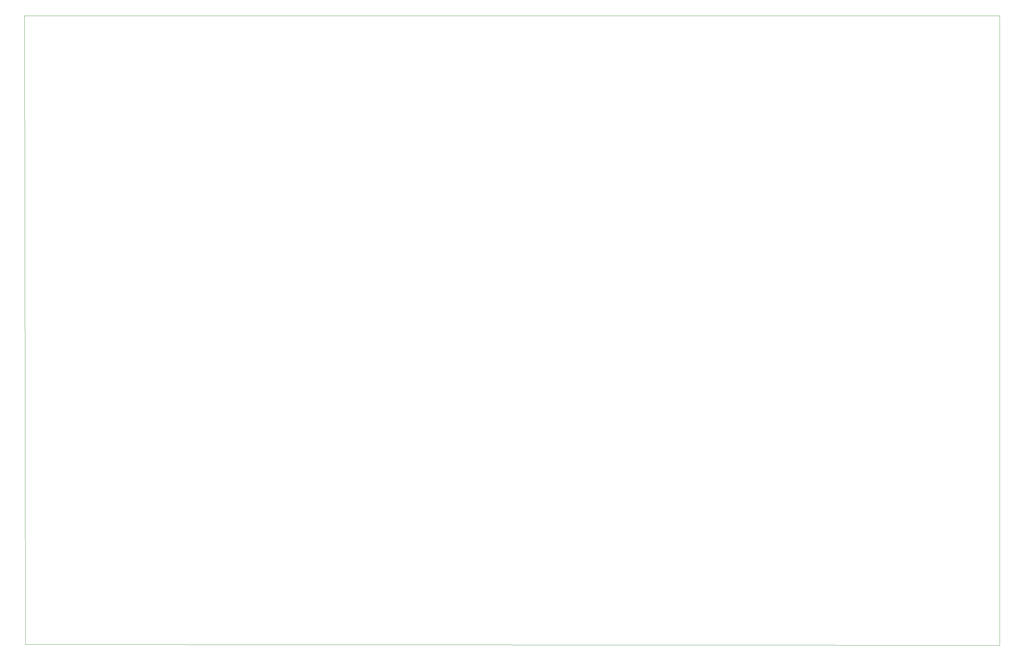
<source format=gm1>
%TF.GenerationSoftware,KiCad,Pcbnew,(5.1.9)-1*%
%TF.CreationDate,2021-06-28T23:03:33+02:00*%
%TF.ProjectId,PiccoloBlack2021_june9_v7avecMasse,50696363-6f6c-46f4-926c-61636b323032,rev?*%
%TF.SameCoordinates,Original*%
%TF.FileFunction,Profile,NP*%
%FSLAX46Y46*%
G04 Gerber Fmt 4.6, Leading zero omitted, Abs format (unit mm)*
G04 Created by KiCad (PCBNEW (5.1.9)-1) date 2021-06-28 23:03:33*
%MOMM*%
%LPD*%
G01*
G04 APERTURE LIST*
%TA.AperFunction,Profile*%
%ADD10C,0.050000*%
%TD*%
G04 APERTURE END LIST*
D10*
X41402000Y-39014400D02*
X298500800Y-39014400D01*
X41605200Y-204978000D02*
X41402000Y-39014400D01*
X298551600Y-205181200D02*
X41605200Y-204978000D01*
X298500800Y-39014400D02*
X298551600Y-205181200D01*
M02*

</source>
